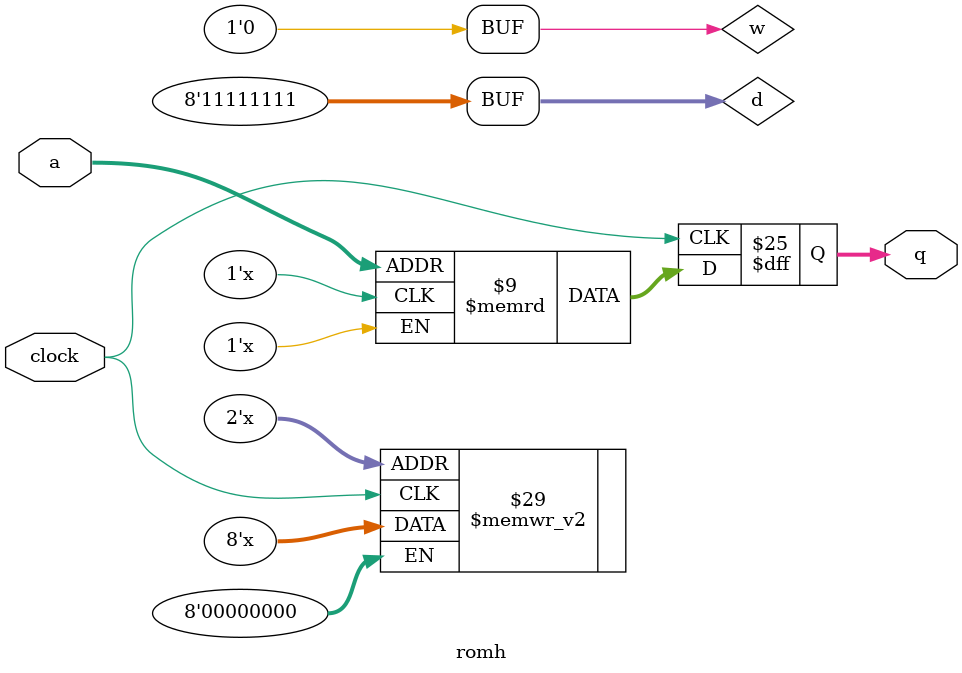
<source format=v>
module romm
//-------------------------------------------------------------------------------------------------
#
(
	parameter KB = 0,
	parameter FN = ""
)
(
	input  wire                      clock,
	input  wire[$clog2(KB*1024)-1:0] a,
	output reg [                7:0] q
);
//-------------------------------------------------------------------------------------------------

(* ram_init_file = FN *) reg[7:0] mem[0:(KB*1024)-1];

reg[7:0] d = 8'hFF;
reg      w = 1'b0;

always @(posedge clock) if(w) begin mem[a] <= d; q <= d; end else q <= mem[a];

//-------------------------------------------------------------------------------------------------
endmodule
//-------------------------------------------------------------------------------------------------

//-------------------------------------------------------------------------------------------------
module romh
//-------------------------------------------------------------------------------------------------
#
(
	parameter KB = 0,
	parameter FN = ""
)
(
	input  wire                      clock,
	input  wire[$clog2(KB*1024)-1:0] a,
	output reg [                7:0] q
);
//-------------------------------------------------------------------------------------------------

reg[7:0] mem[0:(KB*1024)-1];
initial if(FN != "") $readmemh(FN, mem);

reg[7:0] d = 8'hFF;
reg      w = 1'b0;

always @(posedge clock) if(w) begin mem[a] <= d; q <= d; end else q <= mem[a];

//-------------------------------------------------------------------------------------------------
endmodule
//-------------------------------------------------------------------------------------------------

</source>
